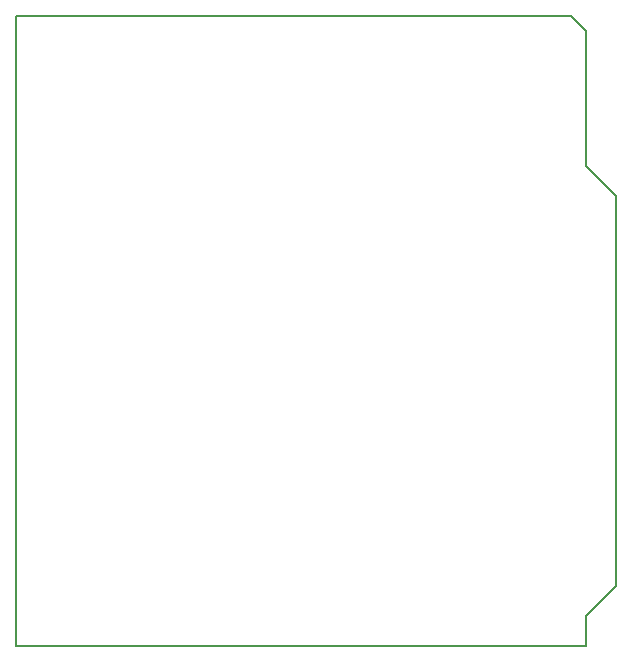
<source format=gm1>
G75*
G70*
%OFA0B0*%
%FSLAX24Y24*%
%IPPOS*%
%LPD*%
%AMOC8*
5,1,8,0,0,1.08239X$1,22.5*
%
%ADD10C,0.0060*%
D10*
X007500Y000500D02*
X026500Y000500D01*
X026500Y001500D01*
X027500Y002500D01*
X027500Y015500D01*
X026500Y016500D01*
X026500Y021000D01*
X026000Y021500D01*
X007500Y021500D01*
X007500Y000500D01*
M02*

</source>
